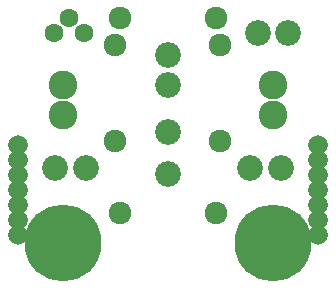
<source format=gbs>
G04 #@! TF.FileFunction,Soldermask,Bot*
%FSLAX46Y46*%
G04 Gerber Fmt 4.6, Leading zero omitted, Abs format (unit mm)*
G04 Created by KiCad (PCBNEW 4.0.2-4+6225~38~ubuntu15.04.1-stable) date Thu Mar  3 13:07:03 2016*
%MOMM*%
G01*
G04 APERTURE LIST*
%ADD10C,0.050800*%
%ADD11C,1.670000*%
%ADD12C,2.432000*%
%ADD13C,6.496000*%
%ADD14C,2.178000*%
%ADD15C,1.600000*%
%ADD16C,1.924000*%
G04 APERTURE END LIST*
D10*
D11*
X0Y4445000D03*
X0Y5715000D03*
X0Y6985000D03*
X0Y8255000D03*
X0Y9525000D03*
X0Y10795000D03*
X25400000Y4445000D03*
X25400000Y5715000D03*
X25400000Y6985000D03*
X25400000Y8255000D03*
X25400000Y9525000D03*
X25400000Y10795000D03*
D12*
X3810000Y17145000D03*
X3810000Y14605000D03*
X21590000Y17145000D03*
X21590000Y14605000D03*
D13*
X21590000Y3810000D03*
X3810000Y3810000D03*
D14*
X12700000Y13208000D03*
X12700000Y9652000D03*
X12700000Y19685000D03*
X12700000Y17145000D03*
D11*
X25400000Y12065000D03*
X0Y12065000D03*
D15*
X4328000Y22816000D03*
X5598000Y21546000D03*
X3058000Y21546000D03*
D16*
X8636000Y6350000D03*
X16764000Y6350000D03*
X17145000Y12446000D03*
X17145000Y20574000D03*
X16764000Y22860000D03*
X8636000Y22860000D03*
X8255000Y12446000D03*
X8255000Y20574000D03*
D14*
X5745000Y10160000D03*
X3145000Y10160000D03*
X22255000Y10160000D03*
X19655000Y10160000D03*
X22890000Y21590000D03*
X20290000Y21590000D03*
M02*

</source>
